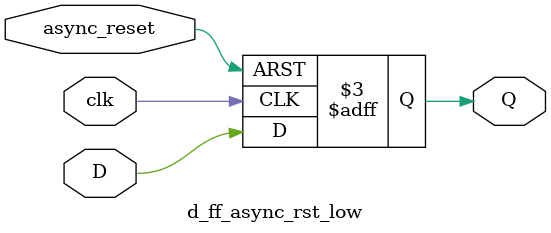
<source format=v>
module d_ff_async_rst_high(D,clk,async_reset,Q);
  input D,clk,async_reset;
  output reg Q;

  always @(posedge clk or posedge async_reset)
  begin
   if(async_reset==1'b1)
    Q <= 1'b0;
   else
    Q <= D;
  end

endmodule

module d_ff_async_rst_low(D,clk,async_reset,Q);
  input D; // Data input
  input clk; // clock input
  input async_reset; // asynchronous reset low level
  output reg Q; // output Q
  
  always @(posedge clk or negedge async_reset)
  begin
   if(async_reset==1'b0)
    Q <= 1'b0;
   else
    Q <= D;
  end
endmodule

</source>
